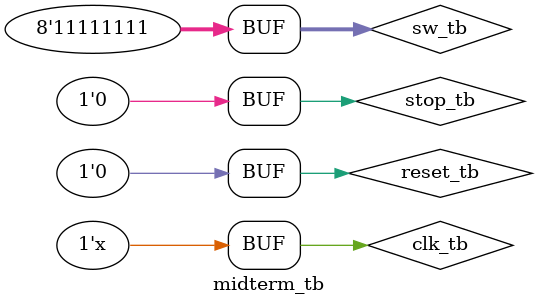
<source format=sv>
`timescale 1ns / 1ps

module midterm_tb;
logic clk_tb, reset_tb, stop_tb;
logic [7:0] sw_tb;
logic [15:0] led_tb;
logic [6:0] seg_tb;
logic [7:0] an_tb;

top uut(.clk(clk_tb), .reset(reset_tb), .stop(stop_tb), .sw(sw_tb), .led(led_tb), .seg(seg_tb), .an(an_tb));
initial begin
    clk_tb = 1;
    reset_tb = 1;
    stop_tb = 0;
    sw_tb = 8'b11111111;
    #10 reset_tb = 0;
end
always #5 clk_tb = ~clk_tb;
endmodule

</source>
